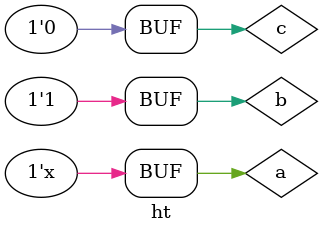
<source format=v>
`timescale 1ns/1ns
`include "test.sv"
module ht();
reg a,b =1,c=0;
wire w;
oia1 uut(a,b,c,w);
initial repeat(5)#7 c = ~c;
initial repeat(3)#11 b = ~b;
initial begin
    $dumpfile("ht.vcd");
    $dumpvars(0, ht);
    a =0;
    repeat(4)#9 a = ~a;
    $display("test complate");
end
endmodule
</source>
